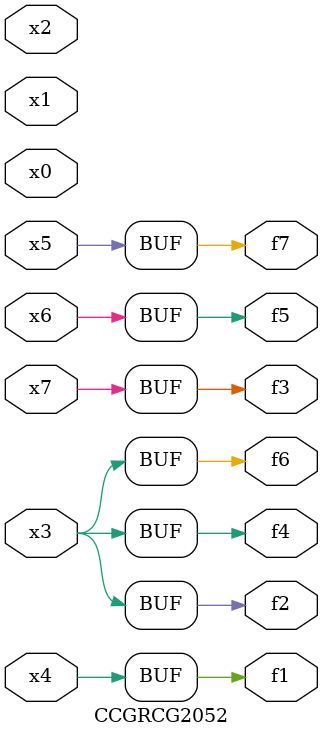
<source format=v>
module CCGRCG2052(
	input x0, x1, x2, x3, x4, x5, x6, x7,
	output f1, f2, f3, f4, f5, f6, f7
);
	assign f1 = x4;
	assign f2 = x3;
	assign f3 = x7;
	assign f4 = x3;
	assign f5 = x6;
	assign f6 = x3;
	assign f7 = x5;
endmodule

</source>
